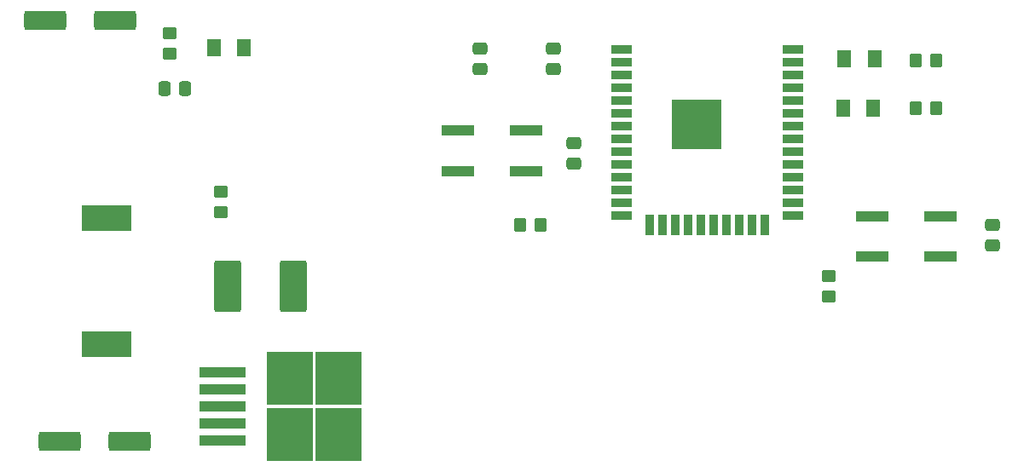
<source format=gbr>
%TF.GenerationSoftware,KiCad,Pcbnew,(6.0.1)*%
%TF.CreationDate,2022-05-21T12:13:39-05:00*%
%TF.ProjectId,esp32_2,65737033-325f-4322-9e6b-696361645f70,rev?*%
%TF.SameCoordinates,Original*%
%TF.FileFunction,Paste,Top*%
%TF.FilePolarity,Positive*%
%FSLAX46Y46*%
G04 Gerber Fmt 4.6, Leading zero omitted, Abs format (unit mm)*
G04 Created by KiCad (PCBNEW (6.0.1)) date 2022-05-21 12:13:39*
%MOMM*%
%LPD*%
G01*
G04 APERTURE LIST*
G04 Aperture macros list*
%AMRoundRect*
0 Rectangle with rounded corners*
0 $1 Rounding radius*
0 $2 $3 $4 $5 $6 $7 $8 $9 X,Y pos of 4 corners*
0 Add a 4 corners polygon primitive as box body*
4,1,4,$2,$3,$4,$5,$6,$7,$8,$9,$2,$3,0*
0 Add four circle primitives for the rounded corners*
1,1,$1+$1,$2,$3*
1,1,$1+$1,$4,$5*
1,1,$1+$1,$6,$7*
1,1,$1+$1,$8,$9*
0 Add four rect primitives between the rounded corners*
20,1,$1+$1,$2,$3,$4,$5,0*
20,1,$1+$1,$4,$5,$6,$7,0*
20,1,$1+$1,$6,$7,$8,$9,0*
20,1,$1+$1,$8,$9,$2,$3,0*%
G04 Aperture macros list end*
%ADD10RoundRect,0.250001X0.462499X0.624999X-0.462499X0.624999X-0.462499X-0.624999X0.462499X-0.624999X0*%
%ADD11RoundRect,0.250001X-0.462499X-0.624999X0.462499X-0.624999X0.462499X0.624999X-0.462499X0.624999X0*%
%ADD12RoundRect,0.250000X0.475000X-0.337500X0.475000X0.337500X-0.475000X0.337500X-0.475000X-0.337500X0*%
%ADD13RoundRect,0.250000X-0.475000X0.337500X-0.475000X-0.337500X0.475000X-0.337500X0.475000X0.337500X0*%
%ADD14RoundRect,0.250000X-0.350000X-0.450000X0.350000X-0.450000X0.350000X0.450000X-0.350000X0.450000X0*%
%ADD15RoundRect,0.250000X-0.337500X-0.475000X0.337500X-0.475000X0.337500X0.475000X-0.337500X0.475000X0*%
%ADD16RoundRect,0.250000X-1.825000X-0.700000X1.825000X-0.700000X1.825000X0.700000X-1.825000X0.700000X0*%
%ADD17R,3.200000X1.000000*%
%ADD18RoundRect,0.250000X-0.450000X0.350000X-0.450000X-0.350000X0.450000X-0.350000X0.450000X0.350000X0*%
%ADD19R,5.000000X2.500000*%
%ADD20RoundRect,0.250000X0.450000X-0.350000X0.450000X0.350000X-0.450000X0.350000X-0.450000X-0.350000X0*%
%ADD21R,2.000000X0.900000*%
%ADD22R,0.900000X2.000000*%
%ADD23R,5.000000X5.000000*%
%ADD24RoundRect,0.250001X1.074999X2.324999X-1.074999X2.324999X-1.074999X-2.324999X1.074999X-2.324999X0*%
%ADD25R,4.550000X5.250000*%
%ADD26R,4.600000X1.100000*%
G04 APERTURE END LIST*
D10*
%TO.C,TRANS*%
X168009900Y-57658000D03*
X165034900Y-57658000D03*
%TD*%
%TO.C,COM*%
X167908300Y-62585600D03*
X164933300Y-62585600D03*
%TD*%
D11*
%TO.C,D1*%
X102398500Y-56591200D03*
X105373500Y-56591200D03*
%TD*%
D12*
%TO.C,C4*%
X136144000Y-58695500D03*
X136144000Y-56620500D03*
%TD*%
%TO.C,C1*%
X128879600Y-58695500D03*
X128879600Y-56620500D03*
%TD*%
D13*
%TO.C,C3*%
X138176000Y-66018500D03*
X138176000Y-68093500D03*
%TD*%
D12*
%TO.C,C2*%
X179705000Y-76221500D03*
X179705000Y-74146500D03*
%TD*%
D14*
%TO.C,R18*%
X172117000Y-62585600D03*
X174117000Y-62585600D03*
%TD*%
D15*
%TO.C,CFF1*%
X97514500Y-60579000D03*
X99589500Y-60579000D03*
%TD*%
D16*
%TO.C,C_out_35v1*%
X85679000Y-53848000D03*
X92629000Y-53848000D03*
%TD*%
D17*
%TO.C,Reset1*%
X133448000Y-64802000D03*
X126648000Y-64802000D03*
X133448000Y-68802000D03*
X126648000Y-68802000D03*
%TD*%
D18*
%TO.C,R19*%
X98044000Y-55134000D03*
X98044000Y-57134000D03*
%TD*%
D19*
%TO.C,L1_SMD1*%
X91767000Y-86006000D03*
X91767000Y-73506000D03*
%TD*%
D20*
%TO.C,R20*%
X103124000Y-72882000D03*
X103124000Y-70882000D03*
%TD*%
D14*
%TO.C,R16*%
X132858000Y-74168000D03*
X134858000Y-74168000D03*
%TD*%
D20*
%TO.C,R15*%
X163449000Y-81264000D03*
X163449000Y-79264000D03*
%TD*%
D21*
%TO.C,ESP32*%
X142884000Y-56685000D03*
X142884000Y-57955000D03*
X142884000Y-59225000D03*
X142884000Y-60495000D03*
X142884000Y-61765000D03*
X142884000Y-63035000D03*
X142884000Y-64305000D03*
X142884000Y-65575000D03*
X142884000Y-66845000D03*
X142884000Y-68115000D03*
X142884000Y-69385000D03*
X142884000Y-70655000D03*
X142884000Y-71925000D03*
X142884000Y-73195000D03*
D22*
X145669000Y-74195000D03*
X146939000Y-74195000D03*
X148209000Y-74195000D03*
X149479000Y-74195000D03*
X150749000Y-74195000D03*
X152019000Y-74195000D03*
X153289000Y-74195000D03*
X154559000Y-74195000D03*
X155829000Y-74195000D03*
X157099000Y-74195000D03*
D21*
X159884000Y-73195000D03*
X159884000Y-71925000D03*
X159884000Y-70655000D03*
X159884000Y-69385000D03*
X159884000Y-68115000D03*
X159884000Y-66845000D03*
X159884000Y-65575000D03*
X159884000Y-64305000D03*
X159884000Y-63035000D03*
X159884000Y-61765000D03*
X159884000Y-60495000D03*
X159884000Y-59225000D03*
X159884000Y-57955000D03*
X159884000Y-56685000D03*
D23*
X150384000Y-64185000D03*
%TD*%
D24*
%TO.C,D1SMD1*%
X110336000Y-80264000D03*
X103786000Y-80264000D03*
%TD*%
D16*
%TO.C,C_in_50V_470*%
X87076000Y-95631000D03*
X94026000Y-95631000D03*
%TD*%
D25*
%TO.C,U1*%
X109970000Y-89427000D03*
X114820000Y-94977000D03*
X109970000Y-94977000D03*
X114820000Y-89427000D03*
D26*
X103245000Y-88802000D03*
X103245000Y-90502000D03*
X103245000Y-92202000D03*
X103245000Y-93902000D03*
X103245000Y-95602000D03*
%TD*%
D14*
%TO.C,R17*%
X172117000Y-57785000D03*
X174117000Y-57785000D03*
%TD*%
D17*
%TO.C,Boot/flash1*%
X167796000Y-77311000D03*
X174596000Y-77311000D03*
X174596000Y-73311000D03*
X167796000Y-73311000D03*
%TD*%
M02*

</source>
